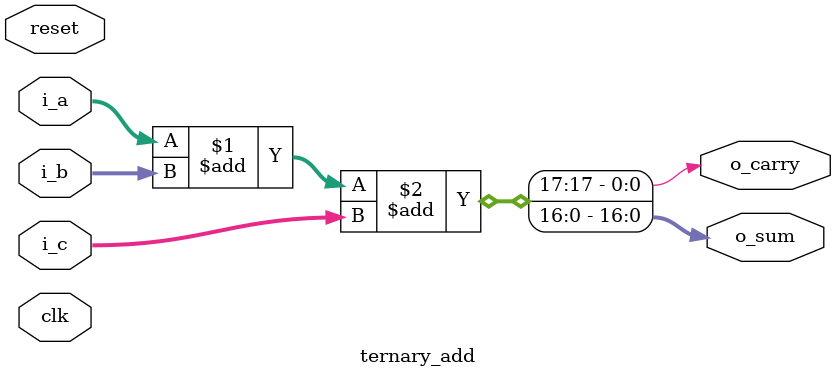
<source format=sv>
module ternary_add #(
	parameter WIDTH = 17
) (
	input clk,
	input reset,
	input signed [WIDTH-1:0] i_a,
	input signed [WIDTH-1:0] i_b,
	input signed [WIDTH-1:0] i_c,
	output signed [WIDTH-1:0] o_sum,
	output o_carry
);

	assign {o_carry,o_sum} = i_a + i_b + i_c;

endmodule

</source>
